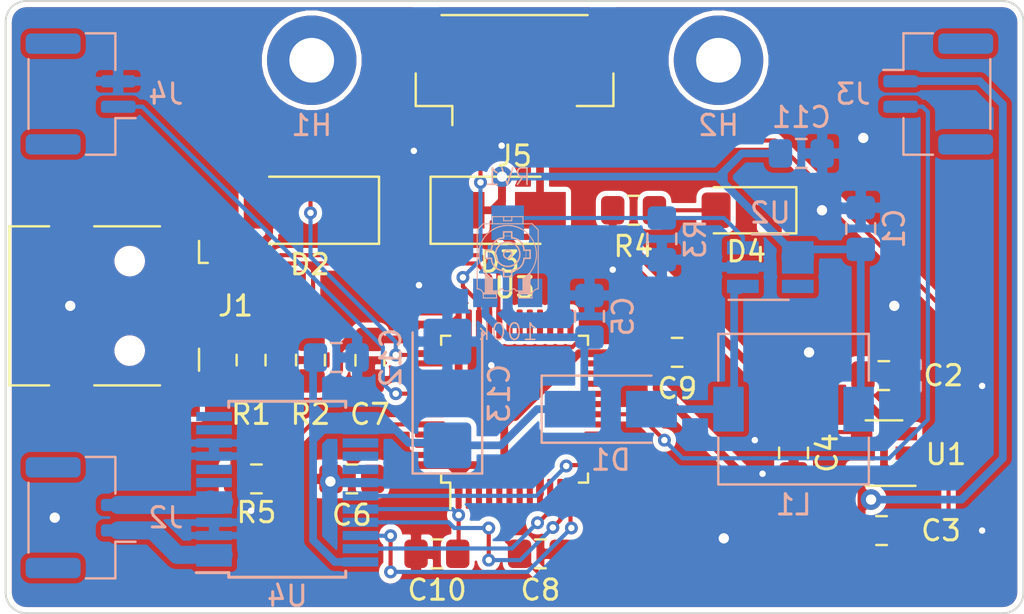
<source format=kicad_pcb>
(kicad_pcb (version 20171130) (host pcbnew "(5.1.2)-1")
  (layers (0 F.Cu signal) (31 B.Cu signal) (34 B.Paste user) (35 F.Paste user) (36 B.SilkS user) (37 F.SilkS user) (38 B.Mask user) (39 F.Mask user) (44 Edge.Cuts user))
  (net 0 "")
  (net 1 +5V)
  (net 2 GND)
  (net 3 +3V3)
  (net 4 "Net-(C4-Pad1)")
  (net 5 +10V)
  (net 6 NRST)
  (net 7 "Net-(D1-Pad2)")
  (net 8 VBUS)
  (net 9 VPP)
  (net 10 "Net-(D4-Pad2)")
  (net 11 "Net-(J1-Pad4)")
  (net 12 MOT_OUT_1)
  (net 13 MOT_OUT_2)
  (net 14 POT)
  (net 15 SWDIO)
  (net 16 SWCLK)
  (net 17 USB_DP)
  (net 18 USB_DN)
  (net 19 MOT_IN_PWM)
  (net 20 MOT_IN_1)
  (net 21 MOT_IN_2)
  (net 22 STBY)
  (net 23 TOUCH_SENSE)
  (net 24 "Net-(R3-Pad2)")
  (net 25 "Net-(R5-Pad1)")
  (module Resistor_SMD:R_0805_2012Metric_Pad1.15x1.40mm_HandSolder (layer F.Cu) (at 149.615 74.422 180)
    (fp_text reference R5 (at 0 -1.65 180) (layer F.SilkS))
    (fp_text value 10k)
    (pad 2 smd roundrect (at 1.025 0 180) (size 1.15 1.4) (layers F.Cu F.Paste F.Mask) (roundrect_rratio 0.217391) (net 2 GND))
    (pad 1 smd roundrect (at -1.025 0 180) (size 1.15 1.4) (layers F.Cu F.Paste F.Mask) (roundrect_rratio 0.217391) (net 25 "Net-(R5-Pad1)"))
  )
  (module Resistor_SMD:R_0805_2012Metric_Pad1.15x1.40mm_HandSolder (layer F.Cu) (at 168.157001 61.214)
    (fp_text reference R4 (at -0.009001 1.778) (layer F.SilkS))
    (fp_text value 1k)
    (pad 2 smd roundrect (at 1.025 0) (size 1.15 1.4) (layers F.Cu F.Paste F.Mask) (roundrect_rratio 0.217391) (net 10 "Net-(D4-Pad2)"))
    (pad 1 smd roundrect (at -1.025 0) (size 1.15 1.4) (layers F.Cu F.Paste F.Mask) (roundrect_rratio 0.217391) (net 1 +5V))
  )
  (module Resistor_SMD:R_0805_2012Metric_Pad1.15x1.40mm_HandSolder (layer B.Cu) (at 169.545 62.620001 90)
    (fp_text reference R3 (at -0.009001 1.651 90) (layer B.SilkS) (effects (justify mirror)))
    (fp_text value 3k)
    (pad 2 smd roundrect (at 1.025 0 90) (size 1.15 1.4) (layers B.Cu B.Paste B.Mask) (roundrect_rratio 0.217391) (net 24 "Net-(R3-Pad2)"))
    (pad 1 smd roundrect (at -1.025 0 90) (size 1.15 1.4) (layers B.Cu B.Paste B.Mask) (roundrect_rratio 0.217391) (net 2 GND))
  )
  (module Resistor_SMD:R_0805_2012Metric_Pad1.15x1.40mm_HandSolder (layer F.Cu) (at 152.273 68.58 90)
    (fp_text reference R2 (at -2.657999 0) (layer F.SilkS))
    (fp_text value 1.5k)
    (pad 2 smd roundrect (at 1.025 0 90) (size 1.15 1.4) (layers F.Cu F.Paste F.Mask) (roundrect_rratio 0.217391) (net 17 USB_DP))
    (pad 1 smd roundrect (at -1.025 0 90) (size 1.15 1.4) (layers F.Cu F.Paste F.Mask) (roundrect_rratio 0.217391) (net 3 +3V3))
  )
  (module Resistor_SMD:R_0805_2012Metric_Pad1.15x1.40mm_HandSolder (layer F.Cu) (at 149.352 68.58 270)
    (fp_text reference R1 (at 2.658 0) (layer F.SilkS))
    (fp_text value 100k)
    (pad 2 smd roundrect (at 1.025 0 270) (size 1.15 1.4) (layers F.Cu F.Paste F.Mask) (roundrect_rratio 0.217391) (net 2 GND))
    (pad 1 smd roundrect (at -1.025 0 270) (size 1.15 1.4) (layers F.Cu F.Paste F.Mask) (roundrect_rratio 0.217391) (net 11 "Net-(J1-Pad4)"))
  )
  (module Connector_JST:JST_GH_BM05B-GHS-TBT_1x05-1MP_P1.25mm_Vertical (layer F.Cu) (at 162.306 54.229)
    (fp_text reference J5 (at 0 4.318) (layer F.SilkS))
    (fp_text value DEBUG)
    (pad MP smd roundrect (at 4.35 -1.4) (size 1 2.8) (layers F.Cu F.Paste F.Mask))
    (pad MP smd roundrect (at -4.35 -1.4) (size 1 2.8) (layers F.Cu F.Paste F.Mask))
    (pad 5 smd roundrect (at 2.5 1.95) (size 0.6 1.7) (layers F.Cu F.Paste F.Mask) (net 6 NRST))
    (pad 4 smd roundrect (at 1.25 1.95) (size 0.6 1.7) (layers F.Cu F.Paste F.Mask) (net 9 VPP))
    (pad 3 smd roundrect (at 0 1.95) (size 0.6 1.7) (layers F.Cu F.Paste F.Mask) (net 16 SWCLK))
    (pad 2 smd roundrect (at -1.25 1.95) (size 0.6 1.7) (layers F.Cu F.Paste F.Mask) (net 2 GND))
    (pad 1 smd roundrect (at -2.5 1.95) (size 0.6 1.7) (layers F.Cu F.Paste F.Mask) (net 15 SWDIO))
  )
  (module Connector_JST:JST_GH_SM02B-GHS-TB_1x02-1MP_P1.25mm_Horizontal (layer B.Cu) (at 140.97 55.499 90)
    (fp_text reference J4 (at 0 4.191) (layer B.SilkS) (effects (justify mirror)))
    (fp_text value TAPER_LEFT)
    (pad MP smd roundrect (at 2.475 -1.35 90) (size 1 2.7) (layers B.Cu B.Paste B.Mask))
    (pad MP smd roundrect (at -2.475 -1.35 90) (size 1 2.7) (layers B.Cu B.Paste B.Mask))
    (pad 2 smd roundrect (at 0.625 1.85 90) (size 0.6 1.7) (layers B.Cu B.Paste B.Mask) (net 2 GND))
    (pad 1 smd roundrect (at -0.625 1.85 90) (size 0.6 1.7) (layers B.Cu B.Paste B.Mask) (net 23 TOUCH_SENSE))
  )
  (module Connector_JST:JST_GH_SM02B-GHS-TB_1x02-1MP_P1.25mm_Horizontal (layer B.Cu) (at 183.134 55.499 270)
    (fp_text reference J3 (at 0 4.191 180) (layer B.SilkS) (effects (justify mirror)))
    (fp_text value TAPER_RIGHT)
    (pad MP smd roundrect (at 2.475 -1.35 270) (size 1 2.7) (layers B.Cu B.Paste B.Mask))
    (pad MP smd roundrect (at -2.475 -1.35 270) (size 1 2.7) (layers B.Cu B.Paste B.Mask))
    (pad 2 smd roundrect (at 0.625 1.85 270) (size 0.6 1.7) (layers B.Cu B.Paste B.Mask) (net 14 POT))
    (pad 1 smd roundrect (at -0.625 1.85 270) (size 0.6 1.7) (layers B.Cu B.Paste B.Mask) (net 3 +3V3))
  )
  (module Connector_JST:JST_GH_SM02B-GHS-TB_1x02-1MP_P1.25mm_Horizontal (layer B.Cu) (at 140.97 76.327 90)
    (fp_text reference J2 (at 0 4.191) (layer B.SilkS) (effects (justify mirror)))
    (fp_text value MOTOR)
    (pad MP smd roundrect (at 2.475 -1.35 90) (size 1 2.7) (layers B.Cu B.Paste B.Mask))
    (pad MP smd roundrect (at -2.475 -1.35 90) (size 1 2.7) (layers B.Cu B.Paste B.Mask))
    (pad 2 smd roundrect (at 0.625 1.85 90) (size 0.6 1.7) (layers B.Cu B.Paste B.Mask) (net 13 MOT_OUT_2))
    (pad 1 smd roundrect (at -0.625 1.85 90) (size 0.6 1.7) (layers B.Cu B.Paste B.Mask) (net 12 MOT_OUT_1))
  )
  (module Diode_SMD:D_SMA (layer F.Cu) (at 161.576 61.214)
    (fp_text reference D3 (at 0 2.539999) (layer F.SilkS))
    (fp_text value STPS1L40)
    (pad 2 smd rect (at 2 0) (size 2.5 1.8) (layers F.Cu F.Paste F.Mask) (net 9 VPP))
    (pad 1 smd rect (at -2 0) (size 2.5 1.8) (layers F.Cu F.Paste F.Mask) (net 1 +5V))
  )
  (module Diode_SMD:D_SMA (layer F.Cu) (at 152.241001 61.213999 180)
    (fp_text reference D2 (at 0 -2.667001 180) (layer F.SilkS))
    (fp_text value STPS1L40)
    (pad 2 smd rect (at 2 0 180) (size 2.5 1.8) (layers F.Cu F.Paste F.Mask) (net 8 VBUS))
    (pad 1 smd rect (at -2 0 180) (size 2.5 1.8) (layers F.Cu F.Paste F.Mask) (net 1 +5V))
  )
  (module Diode_SMD:D_SMA (layer B.Cu) (at 167.037002 70.993)
    (fp_text reference D1 (at 0 2.5) (layer B.SilkS) (effects (justify mirror)))
    (fp_text value STPS1L40)
    (pad 2 smd rect (at 2 0) (size 2.5 1.8) (layers B.Cu B.Paste B.Mask) (net 7 "Net-(D1-Pad2)"))
    (pad 1 smd rect (at -2 0) (size 2.5 1.8) (layers B.Cu B.Paste B.Mask) (net 5 +10V))
  )
  (module Capacitor_Tantalum_SMD:CP_EIA-6032-28_Kemet-C_Pad2.25x2.35mm_HandSolder (layer B.Cu) (at 159.003998 70.221 90)
    (fp_text reference C13 (at 0 2.55 90) (layer B.SilkS) (effects (justify mirror)))
    (fp_text value 10µ)
    (pad 1 smd roundrect (at -2.55 0 90) (size 2.25 2.35) (layers B.Cu B.Paste B.Mask) (roundrect_rratio 0.111111) (net 5 +10V))
    (pad 2 smd roundrect (at 2.55 0 90) (size 2.25 2.35) (layers B.Cu B.Paste B.Mask) (roundrect_rratio 0.111111) (net 2 GND))
  )
  (module Capacitor_SMD:C_0805_2012Metric_Pad1.15x1.40mm_HandSolder (layer B.Cu) (at 153.543003 68.453001 180)
    (fp_text reference C12 (at -2.676001 0 90) (layer B.SilkS) (effects (justify mirror)))
    (fp_text value 100n)
    (pad 1 smd roundrect (at -1.025 0 180) (size 1.15 1.4) (layers B.Cu B.Paste B.Mask) (roundrect_rratio 0.217391) (net 2 GND))
    (pad 2 smd roundrect (at 1.025 0 180) (size 1.15 1.4) (layers B.Cu B.Paste B.Mask) (roundrect_rratio 0.217391) (net 5 +10V))
  )
  (module Capacitor_SMD:C_0805_2012Metric_Pad1.15x1.40mm_HandSolder (layer B.Cu) (at 176.403 58.42)
    (fp_text reference C11 (at 0 -1.778) (layer B.SilkS) (effects (justify mirror)))
    (fp_text value 100n)
    (pad 1 smd roundrect (at -1.025 0) (size 1.15 1.4) (layers B.Cu B.Paste B.Mask) (roundrect_rratio 0.217391) (net 1 +5V))
    (pad 2 smd roundrect (at 1.025 0) (size 1.15 1.4) (layers B.Cu B.Paste B.Mask) (roundrect_rratio 0.217391) (net 2 GND))
  )
  (module Capacitor_SMD:C_0805_2012Metric_Pad1.15x1.40mm_HandSolder (layer F.Cu) (at 158.487 78.105 180)
    (fp_text reference C10 (at -0.009 -1.778 180) (layer F.SilkS))
    (fp_text value 4.7µ)
    (pad 2 smd roundrect (at 1.025 0 180) (size 1.15 1.4) (layers F.Cu F.Paste F.Mask) (roundrect_rratio 0.217391) (net 2 GND))
    (pad 1 smd roundrect (at -1.025 0 180) (size 1.15 1.4) (layers F.Cu F.Paste F.Mask) (roundrect_rratio 0.217391) (net 3 +3V3))
  )
  (module Capacitor_SMD:C_0805_2012Metric_Pad1.15x1.40mm_HandSolder (layer F.Cu) (at 170.298 68.199)
    (fp_text reference C9 (at 0.009 1.778 180) (layer F.SilkS))
    (fp_text value 100n)
    (pad 2 smd roundrect (at 1.025 0) (size 1.15 1.4) (layers F.Cu F.Paste F.Mask) (roundrect_rratio 0.217391) (net 2 GND))
    (pad 1 smd roundrect (at -1.025 0) (size 1.15 1.4) (layers F.Cu F.Paste F.Mask) (roundrect_rratio 0.217391) (net 3 +3V3))
  )
  (module Capacitor_SMD:C_0805_2012Metric_Pad1.15x1.40mm_HandSolder (layer F.Cu) (at 163.576 78.105)
    (fp_text reference C8 (at 0 1.778) (layer F.SilkS))
    (fp_text value 100n)
    (pad 2 smd roundrect (at 1.025 0) (size 1.15 1.4) (layers F.Cu F.Paste F.Mask) (roundrect_rratio 0.217391) (net 2 GND))
    (pad 1 smd roundrect (at -1.025 0) (size 1.15 1.4) (layers F.Cu F.Paste F.Mask) (roundrect_rratio 0.217391) (net 6 NRST))
  )
  (module Capacitor_SMD:C_0805_2012Metric_Pad1.15x1.40mm_HandSolder (layer F.Cu) (at 155.194 68.589001 270)
    (fp_text reference C7 (at 2.657999 0) (layer F.SilkS))
    (fp_text value 100n)
    (pad 2 smd roundrect (at 1.025 0 270) (size 1.15 1.4) (layers F.Cu F.Paste F.Mask) (roundrect_rratio 0.217391) (net 2 GND))
    (pad 1 smd roundrect (at -1.025 0 270) (size 1.15 1.4) (layers F.Cu F.Paste F.Mask) (roundrect_rratio 0.217391) (net 3 +3V3))
  )
  (module Capacitor_SMD:C_0805_2012Metric_Pad1.15x1.40mm_HandSolder (layer F.Cu) (at 154.305 74.422 180)
    (fp_text reference C6 (at 0 -1.778) (layer F.SilkS))
    (fp_text value 100n)
    (pad 2 smd roundrect (at 1.025 0 180) (size 1.15 1.4) (layers F.Cu F.Paste F.Mask) (roundrect_rratio 0.217391) (net 2 GND))
    (pad 1 smd roundrect (at -1.025 0 180) (size 1.15 1.4) (layers F.Cu F.Paste F.Mask) (roundrect_rratio 0.217391) (net 3 +3V3))
  )
  (module Capacitor_SMD:C_0805_2012Metric_Pad1.15x1.40mm_HandSolder (layer B.Cu) (at 165.989 66.429999 270)
    (fp_text reference C5 (at 0 -1.651 270) (layer B.SilkS) (effects (justify mirror)))
    (fp_text value 22µ)
    (pad 2 smd roundrect (at 1.025 0 270) (size 1.15 1.4) (layers B.Cu B.Paste B.Mask) (roundrect_rratio 0.217391) (net 5 +10V))
    (pad 1 smd roundrect (at -1.025 0 270) (size 1.15 1.4) (layers B.Cu B.Paste B.Mask) (roundrect_rratio 0.217391) (net 2 GND))
  )
  (module Capacitor_SMD:C_0805_2012Metric_Pad1.15x1.40mm_HandSolder (layer F.Cu) (at 176.022 73.142999 270)
    (fp_text reference C4 (at 0 -1.65 270) (layer F.SilkS))
    (fp_text value 470p)
    (pad 2 smd roundrect (at 1.025 0 270) (size 1.15 1.4) (layers F.Cu F.Paste F.Mask) (roundrect_rratio 0.217391) (net 2 GND))
    (pad 1 smd roundrect (at -1.025 0 270) (size 1.15 1.4) (layers F.Cu F.Paste F.Mask) (roundrect_rratio 0.217391) (net 4 "Net-(C4-Pad1)"))
  )
  (module Capacitor_SMD:C_0805_2012Metric_Pad1.15x1.40mm_HandSolder (layer F.Cu) (at 180.349 76.962)
    (fp_text reference C3 (at 2.921 0) (layer F.SilkS))
    (fp_text value 10µ)
    (pad 2 smd roundrect (at 1.025 0) (size 1.15 1.4) (layers F.Cu F.Paste F.Mask) (roundrect_rratio 0.217391) (net 2 GND))
    (pad 1 smd roundrect (at -1.025 0) (size 1.15 1.4) (layers F.Cu F.Paste F.Mask) (roundrect_rratio 0.217391) (net 3 +3V3))
  )
  (module Capacitor_SMD:C_0805_2012Metric_Pad1.15x1.40mm_HandSolder (layer F.Cu) (at 180.458 69.342 180)
    (fp_text reference C2 (at -2.93 0 180) (layer F.SilkS))
    (fp_text value 10µ)
    (pad 2 smd roundrect (at 1.025 0 180) (size 1.15 1.4) (layers F.Cu F.Paste F.Mask) (roundrect_rratio 0.217391) (net 1 +5V))
    (pad 1 smd roundrect (at -1.025 0 180) (size 1.15 1.4) (layers F.Cu F.Paste F.Mask) (roundrect_rratio 0.217391) (net 2 GND))
  )
  (module Capacitor_SMD:C_0805_2012Metric_Pad1.15x1.40mm_HandSolder (layer B.Cu) (at 179.324 62.112 90)
    (fp_text reference C1 (at 0 1.65 90) (layer B.SilkS) (effects (justify mirror)))
    (fp_text value 22µ)
    (pad 2 smd roundrect (at 1.025 0 90) (size 1.15 1.4) (layers B.Cu B.Paste B.Mask) (roundrect_rratio 0.217391) (net 2 GND))
    (pad 1 smd roundrect (at -1.025 0 90) (size 1.15 1.4) (layers B.Cu B.Paste B.Mask) (roundrect_rratio 0.217391) (net 1 +5V))
  )
  (module LED_SMD:LED_1206_3216Metric_Pad1.42x1.75mm_HandSolder (layer F.Cu) (at 173.6995 61.214 180)
    (fp_text reference D4 (at 0 -2.032 180) (layer F.SilkS))
    (fp_text value POWER_LED)
    (pad 2 smd roundrect (at 1.4875 0 180) (size 1.425 1.75) (layers F.Cu F.Paste F.Mask) (roundrect_rratio 0.175439) (net 10 "Net-(D4-Pad2)"))
    (pad 1 smd roundrect (at -1.4875 0 180) (size 1.425 1.75) (layers F.Cu F.Paste F.Mask) (roundrect_rratio 0.175439) (net 2 GND))
  )
  (module Connector_USB:USB_Mini-B_Lumberg_2486_01_Horizontal (layer F.Cu) (at 143.383 65.913 270)
    (fp_text reference J1 (at 0 -5.207) (layer F.SilkS))
    (fp_text value USB_B_Mini)
    (pad "" np_thru_hole circle (at 2.2 0 270) (size 1 1) (drill 1) (layers *.Cu *.Mask))
    (pad "" np_thru_hole circle (at -2.2 0 270) (size 1 1) (drill 1) (layers *.Cu *.Mask))
    (pad 6 smd rect (at 4.45 2.85 270) (size 2 1.7) (layers F.Cu F.Paste F.Mask) (net 2 GND))
    (pad 6 smd rect (at 4.45 -2.6 270) (size 2 1.7) (layers F.Cu F.Paste F.Mask) (net 2 GND))
    (pad 6 smd rect (at -4.45 2.85 270) (size 2 1.7) (layers F.Cu F.Paste F.Mask) (net 2 GND))
    (pad 6 smd rect (at -4.45 -2.6 270) (size 2 1.7) (layers F.Cu F.Paste F.Mask) (net 2 GND))
    (pad 5 smd rect (at 1.6 -2.7 270) (size 0.5 2) (layers F.Cu F.Paste F.Mask) (net 2 GND))
    (pad 4 smd rect (at 0.8 -2.7 270) (size 0.5 2) (layers F.Cu F.Paste F.Mask) (net 11 "Net-(J1-Pad4)"))
    (pad 3 smd rect (at 0 -2.7 270) (size 0.5 2) (layers F.Cu F.Paste F.Mask) (net 17 USB_DP))
    (pad 2 smd rect (at -0.8 -2.7 270) (size 0.5 2) (layers F.Cu F.Paste F.Mask) (net 18 USB_DN))
    (pad 1 smd rect (at -1.6 -2.7 270) (size 0.5 2) (layers F.Cu F.Paste F.Mask) (net 8 VBUS))
  )
  (module Inductor_SMD:L_7.3x7.3_H3.5 (layer B.Cu) (at 176.022 70.993002)
    (fp_text reference L1 (at 0 4.699) (layer B.SilkS) (effects (justify mirror)))
    (fp_text value 4.7µ)
    (pad 2 smd rect (at 3.2 0) (size 1.5 2.2) (layers B.Cu B.Paste B.Mask) (net 1 +5V))
    (pad 1 smd rect (at -3.2 0) (size 1.5 2.2) (layers B.Cu B.Paste B.Mask) (net 7 "Net-(D1-Pad2)"))
  )
  (module ab2_passive:AB2_POT_TRIM (layer B.Cu) (at 161.968 63.378001 180)
    (fp_text reference RV1 (at 0 3.81 180) (layer B.SilkS) (effects (font (size 0.8128 0.8128) (thickness 0.0762)) (justify mirror)))
    (fp_text value 100k (at 0 -3.81 180) (layer B.SilkS) (effects (font (size 0.8128 0.8128) (thickness 0.0762)) (justify mirror)))
    (pad 3 smd rect (at 1.1 -1.9 180) (size 1.2 1.4) (layers B.Cu B.Paste B.Mask) (net 5 +10V))
    (pad 1 smd rect (at -1.1 -1.9 180) (size 1.2 1.4) (layers B.Cu B.Paste B.Mask))
    (pad 2 smd rect (at 0 1.55 180) (size 1.6 1.7) (layers B.Cu B.Paste B.Mask) (net 24 "Net-(R3-Pad2)"))
  )
  (module Package_TO_SOT_SMD:SOT-23-5 (layer F.Cu) (at 180.467 73.152 180)
    (fp_text reference U1 (at -3.048 -0.066 180) (layer F.SilkS))
    (fp_text value MIC5205-3.3YM5)
    (pad 5 smd rect (at 1.1 -0.95 180) (size 1.06 0.65) (layers F.Cu F.Paste F.Mask) (net 3 +3V3))
    (pad 4 smd rect (at 1.1 0.95 180) (size 1.06 0.65) (layers F.Cu F.Paste F.Mask) (net 4 "Net-(C4-Pad1)"))
    (pad 3 smd rect (at -1.1 0.95 180) (size 1.06 0.65) (layers F.Cu F.Paste F.Mask) (net 1 +5V))
    (pad 2 smd rect (at -1.1 0 180) (size 1.06 0.65) (layers F.Cu F.Paste F.Mask) (net 2 GND))
    (pad 1 smd rect (at -1.1 -0.95 180) (size 1.06 0.65) (layers F.Cu F.Paste F.Mask) (net 1 +5V))
  )
  (module Package_TO_SOT_SMD:SOT-23-6_Handsoldering (layer B.Cu) (at 174.878999 64.008)
    (fp_text reference U2 (at 0 -2.667) (layer B.SilkS) (effects (justify mirror)))
    (fp_text value MT3608)
    (pad 5 smd rect (at 1.35 0) (size 1.56 0.65) (layers B.Cu B.Paste B.Mask) (net 1 +5V))
    (pad 6 smd rect (at 1.35 0.95) (size 1.56 0.65) (layers B.Cu B.Paste B.Mask))
    (pad 4 smd rect (at 1.35 -0.95) (size 1.56 0.65) (layers B.Cu B.Paste B.Mask) (net 1 +5V))
    (pad 3 smd rect (at -1.35 -0.95) (size 1.56 0.65) (layers B.Cu B.Paste B.Mask) (net 24 "Net-(R3-Pad2)"))
    (pad 2 smd rect (at -1.35 0) (size 1.56 0.65) (layers B.Cu B.Paste B.Mask) (net 2 GND))
    (pad 1 smd rect (at -1.35 0.95) (size 1.56 0.65) (layers B.Cu B.Paste B.Mask) (net 7 "Net-(D1-Pad2)"))
  )
  (module Package_QFP:LQFP-48_7x7mm_P0.5mm (layer F.Cu) (at 162.306 70.993 90)
    (fp_text reference U3 (at 5.969 0 180) (layer F.SilkS))
    (fp_text value STM32F072C8Tx)
    (pad 48 smd roundrect (at -2.75 -4.1625 90) (size 0.3 1.475) (layers F.Cu F.Paste F.Mask) (net 3 +3V3))
    (pad 47 smd roundrect (at -2.25 -4.1625 90) (size 0.3 1.475) (layers F.Cu F.Paste F.Mask) (net 2 GND))
    (pad 46 smd roundrect (at -1.75 -4.1625 90) (size 0.3 1.475) (layers F.Cu F.Paste F.Mask))
    (pad 45 smd roundrect (at -1.25 -4.1625 90) (size 0.3 1.475) (layers F.Cu F.Paste F.Mask))
    (pad 44 smd roundrect (at -0.75 -4.1625 90) (size 0.3 1.475) (layers F.Cu F.Paste F.Mask) (net 25 "Net-(R5-Pad1)"))
    (pad 43 smd roundrect (at -0.25 -4.1625 90) (size 0.3 1.475) (layers F.Cu F.Paste F.Mask))
    (pad 42 smd roundrect (at 0.25 -4.1625 90) (size 0.3 1.475) (layers F.Cu F.Paste F.Mask))
    (pad 41 smd roundrect (at 0.75 -4.1625 90) (size 0.3 1.475) (layers F.Cu F.Paste F.Mask) (net 23 TOUCH_SENSE))
    (pad 40 smd roundrect (at 1.25 -4.1625 90) (size 0.3 1.475) (layers F.Cu F.Paste F.Mask))
    (pad 39 smd roundrect (at 1.75 -4.1625 90) (size 0.3 1.475) (layers F.Cu F.Paste F.Mask))
    (pad 38 smd roundrect (at 2.25 -4.1625 90) (size 0.3 1.475) (layers F.Cu F.Paste F.Mask))
    (pad 37 smd roundrect (at 2.75 -4.1625 90) (size 0.3 1.475) (layers F.Cu F.Paste F.Mask) (net 16 SWCLK))
    (pad 36 smd roundrect (at 4.1625 -2.75 90) (size 1.475 0.3) (layers F.Cu F.Paste F.Mask) (net 3 +3V3))
    (pad 35 smd roundrect (at 4.1625 -2.25 90) (size 1.475 0.3) (layers F.Cu F.Paste F.Mask) (net 2 GND))
    (pad 34 smd roundrect (at 4.1625 -1.75 90) (size 1.475 0.3) (layers F.Cu F.Paste F.Mask) (net 15 SWDIO))
    (pad 33 smd roundrect (at 4.1625 -1.25 90) (size 1.475 0.3) (layers F.Cu F.Paste F.Mask) (net 17 USB_DP))
    (pad 32 smd roundrect (at 4.1625 -0.75 90) (size 1.475 0.3) (layers F.Cu F.Paste F.Mask) (net 18 USB_DN))
    (pad 31 smd roundrect (at 4.1625 -0.25 90) (size 1.475 0.3) (layers F.Cu F.Paste F.Mask))
    (pad 30 smd roundrect (at 4.1625 0.25 90) (size 1.475 0.3) (layers F.Cu F.Paste F.Mask))
    (pad 29 smd roundrect (at 4.1625 0.75 90) (size 1.475 0.3) (layers F.Cu F.Paste F.Mask))
    (pad 28 smd roundrect (at 4.1625 1.25 90) (size 1.475 0.3) (layers F.Cu F.Paste F.Mask))
    (pad 27 smd roundrect (at 4.1625 1.75 90) (size 1.475 0.3) (layers F.Cu F.Paste F.Mask))
    (pad 26 smd roundrect (at 4.1625 2.25 90) (size 1.475 0.3) (layers F.Cu F.Paste F.Mask))
    (pad 25 smd roundrect (at 4.1625 2.75 90) (size 1.475 0.3) (layers F.Cu F.Paste F.Mask))
    (pad 24 smd roundrect (at 2.75 4.1625 90) (size 0.3 1.475) (layers F.Cu F.Paste F.Mask) (net 3 +3V3))
    (pad 23 smd roundrect (at 2.25 4.1625 90) (size 0.3 1.475) (layers F.Cu F.Paste F.Mask) (net 2 GND))
    (pad 22 smd roundrect (at 1.75 4.1625 90) (size 0.3 1.475) (layers F.Cu F.Paste F.Mask))
    (pad 21 smd roundrect (at 1.25 4.1625 90) (size 0.3 1.475) (layers F.Cu F.Paste F.Mask))
    (pad 20 smd roundrect (at 0.75 4.1625 90) (size 0.3 1.475) (layers F.Cu F.Paste F.Mask))
    (pad 19 smd roundrect (at 0.25 4.1625 90) (size 0.3 1.475) (layers F.Cu F.Paste F.Mask))
    (pad 18 smd roundrect (at -0.25 4.1625 90) (size 0.3 1.475) (layers F.Cu F.Paste F.Mask) (net 14 POT))
    (pad 17 smd roundrect (at -0.75 4.1625 90) (size 0.3 1.475) (layers F.Cu F.Paste F.Mask))
    (pad 16 smd roundrect (at -1.25 4.1625 90) (size 0.3 1.475) (layers F.Cu F.Paste F.Mask))
    (pad 15 smd roundrect (at -1.75 4.1625 90) (size 0.3 1.475) (layers F.Cu F.Paste F.Mask))
    (pad 14 smd roundrect (at -2.25 4.1625 90) (size 0.3 1.475) (layers F.Cu F.Paste F.Mask))
    (pad 13 smd roundrect (at -2.75 4.1625 90) (size 0.3 1.475) (layers F.Cu F.Paste F.Mask) (net 22 STBY))
    (pad 12 smd roundrect (at -4.1625 2.75 90) (size 1.475 0.3) (layers F.Cu F.Paste F.Mask) (net 21 MOT_IN_2))
    (pad 11 smd roundrect (at -4.1625 2.25 90) (size 1.475 0.3) (layers F.Cu F.Paste F.Mask) (net 20 MOT_IN_1))
    (pad 10 smd roundrect (at -4.1625 1.75 90) (size 1.475 0.3) (layers F.Cu F.Paste F.Mask) (net 19 MOT_IN_PWM))
    (pad 9 smd roundrect (at -4.1625 1.25 90) (size 1.475 0.3) (layers F.Cu F.Paste F.Mask) (net 3 +3V3))
    (pad 8 smd roundrect (at -4.1625 0.75 90) (size 1.475 0.3) (layers F.Cu F.Paste F.Mask) (net 2 GND))
    (pad 7 smd roundrect (at -4.1625 0.25 90) (size 1.475 0.3) (layers F.Cu F.Paste F.Mask) (net 6 NRST))
    (pad 6 smd roundrect (at -4.1625 -0.25 90) (size 1.475 0.3) (layers F.Cu F.Paste F.Mask))
    (pad 5 smd roundrect (at -4.1625 -0.75 90) (size 1.475 0.3) (layers F.Cu F.Paste F.Mask))
    (pad 4 smd roundrect (at -4.1625 -1.25 90) (size 1.475 0.3) (layers F.Cu F.Paste F.Mask))
    (pad 3 smd roundrect (at -4.1625 -1.75 90) (size 1.475 0.3) (layers F.Cu F.Paste F.Mask))
    (pad 2 smd roundrect (at -4.1625 -2.25 90) (size 1.475 0.3) (layers F.Cu F.Paste F.Mask))
    (pad 1 smd roundrect (at -4.1625 -2.75 90) (size 1.475 0.3) (layers F.Cu F.Paste F.Mask) (net 3 +3V3))
  )
  (module Package_SO:SSOP-24_5.3x8.2mm_P0.65mm (layer B.Cu) (at 151.129999 74.930001)
    (fp_text reference U4 (at 0 5.25) (layer B.SilkS) (effects (justify mirror)))
    (fp_text value TB6612FNG)
    (pad 24 smd rect (at 3.6 3.575) (size 1.75 0.45) (layers B.Cu B.Paste B.Mask) (net 5 +10V))
    (pad 23 smd rect (at 3.6 2.925) (size 1.75 0.45) (layers B.Cu B.Paste B.Mask) (net 19 MOT_IN_PWM))
    (pad 22 smd rect (at 3.6 2.275) (size 1.75 0.45) (layers B.Cu B.Paste B.Mask) (net 21 MOT_IN_2))
    (pad 21 smd rect (at 3.6 1.625) (size 1.75 0.45) (layers B.Cu B.Paste B.Mask) (net 20 MOT_IN_1))
    (pad 20 smd rect (at 3.6 0.975) (size 1.75 0.45) (layers B.Cu B.Paste B.Mask) (net 3 +3V3))
    (pad 19 smd rect (at 3.6 0.325) (size 1.75 0.45) (layers B.Cu B.Paste B.Mask) (net 22 STBY))
    (pad 18 smd rect (at 3.6 -0.325) (size 1.75 0.45) (layers B.Cu B.Paste B.Mask) (net 2 GND))
    (pad 17 smd rect (at 3.6 -0.975) (size 1.75 0.45) (layers B.Cu B.Paste B.Mask))
    (pad 16 smd rect (at 3.6 -1.625) (size 1.75 0.45) (layers B.Cu B.Paste B.Mask))
    (pad 15 smd rect (at 3.6 -2.275) (size 1.75 0.45) (layers B.Cu B.Paste B.Mask))
    (pad 14 smd rect (at 3.6 -2.925) (size 1.75 0.45) (layers B.Cu B.Paste B.Mask) (net 5 +10V))
    (pad 13 smd rect (at 3.6 -3.575) (size 1.75 0.45) (layers B.Cu B.Paste B.Mask) (net 5 +10V))
    (pad 12 smd rect (at -3.6 -3.575) (size 1.75 0.45) (layers B.Cu B.Paste B.Mask))
    (pad 11 smd rect (at -3.6 -2.925) (size 1.75 0.45) (layers B.Cu B.Paste B.Mask))
    (pad 10 smd rect (at -3.6 -2.275) (size 1.75 0.45) (layers B.Cu B.Paste B.Mask) (net 2 GND))
    (pad 9 smd rect (at -3.6 -1.625) (size 1.75 0.45) (layers B.Cu B.Paste B.Mask) (net 2 GND))
    (pad 8 smd rect (at -3.6 -0.975) (size 1.75 0.45) (layers B.Cu B.Paste B.Mask))
    (pad 7 smd rect (at -3.6 -0.325) (size 1.75 0.45) (layers B.Cu B.Paste B.Mask))
    (pad 6 smd rect (at -3.6 0.325) (size 1.75 0.45) (layers B.Cu B.Paste B.Mask) (net 13 MOT_OUT_2))
    (pad 5 smd rect (at -3.6 0.975) (size 1.75 0.45) (layers B.Cu B.Paste B.Mask) (net 13 MOT_OUT_2))
    (pad 4 smd rect (at -3.6 1.625) (size 1.75 0.45) (layers B.Cu B.Paste B.Mask) (net 2 GND))
    (pad 3 smd rect (at -3.6 2.275) (size 1.75 0.45) (layers B.Cu B.Paste B.Mask) (net 2 GND))
    (pad 2 smd rect (at -3.6 2.925) (size 1.75 0.45) (layers B.Cu B.Paste B.Mask) (net 12 MOT_OUT_1))
    (pad 1 smd rect (at -3.6 3.575) (size 1.75 0.45) (layers B.Cu B.Paste B.Mask) (net 12 MOT_OUT_1))
  )
  (module MountingHole:MountingHole_2.2mm_M2_Pad (layer B.Cu) (at 152.333 53.84)
    (fp_text reference H1 (at 0 3.2) (layer B.SilkS) (effects (justify mirror)))
    (fp_text value MountingHole)
    (pad 1 thru_hole circle (at 0 0) (size 4.4 4.4) (drill 2.2) (layers *.Cu *.Mask))
  )
  (module MountingHole:MountingHole_2.2mm_M2_Pad (layer B.Cu) (at 172.333 53.84)
    (fp_text reference H2 (at 0 3.2) (layer B.SilkS) (effects (justify mirror)))
    (fp_text value MountingHole)
    (pad 1 thru_hole circle (at 0 0) (size 4.4 4.4) (drill 2.2) (layers *.Cu *.Mask))
  )
  (gr_line (start 187.325 80.01) (end 187.325 51.943) (layer Edge.Cuts) (width 0.1))
  (gr_line (start 138.303 81.026) (end 186.309 81.026) (layer Edge.Cuts) (width 0.1))
  (gr_line (start 137.287 51.943) (end 137.287 80.01) (layer Edge.Cuts) (width 0.1))
  (gr_line (start 186.309 50.927) (end 138.303 50.927) (layer Edge.Cuts) (width 0.1))
  (gr_arc (start 186.309 51.943) (end 187.325 51.943) (angle -90) (layer Edge.Cuts) (width 0.1))
  (gr_arc (start 138.303 51.943) (end 138.303 50.927) (angle -90) (layer Edge.Cuts) (width 0.1))
  (gr_arc (start 138.303 80.01) (end 137.287 80.01) (angle -90) (layer Edge.Cuts) (width 0.1))
  (gr_arc (start 186.309 80.01) (end 186.309 81.026) (angle -90) (layer Edge.Cuts) (width 0.1))
  (segment (start 180.528 72.202) (end 180.467 72.263) (width 0.381) (layer F.Cu) (net 1))
  (segment (start 180.467 71.948) (end 180.721 72.202) (width 0.381) (layer F.Cu) (net 1))
  (segment (start 180.467 71.882) (end 180.467 71.948) (width 0.381) (layer F.Cu) (net 1))
  (segment (start 180.721 72.202) (end 180.528 72.202) (width 0.381) (layer F.Cu) (net 1))
  (segment (start 181.567 72.202) (end 180.721 72.202) (width 0.381) (layer F.Cu) (net 1))
  (segment (start 180.467 72.263) (end 180.467 71.882) (width 0.381) (layer F.Cu) (net 1))
  (segment (start 180.467 72.456) (end 180.721 72.202) (width 0.381) (layer F.Cu) (net 1))
  (segment (start 180.467 72.517) (end 180.467 72.456) (width 0.381) (layer F.Cu) (net 1))
  (segment (start 180.467 72.517) (end 180.467 72.263) (width 0.381) (layer F.Cu) (net 1))
  (segment (start 180.467 73.787) (end 180.467 72.517) (width 0.381) (layer F.Cu) (net 1))
  (segment (start 181.567 74.102) (end 180.782 74.102) (width 0.381) (layer F.Cu) (net 1))
  (segment (start 180.782 74.102) (end 180.467 73.787) (width 0.381) (layer F.Cu) (net 1))
  (segment (start 179.451 69.36) (end 179.433 69.342) (width 0.381) (layer F.Cu) (net 1))
  (segment (start 179.451 70.485) (end 179.451 69.36) (width 0.381) (layer F.Cu) (net 1))
  (segment (start 180.467 71.882) (end 180.467 71.501) (width 0.381) (layer F.Cu) (net 1))
  (segment (start 180.467 71.501) (end 179.451 70.485) (width 0.381) (layer F.Cu) (net 1))
  (segment (start 157.945 61.214) (end 159.576 61.214) (width 0.381) (layer F.Cu) (net 1))
  (segment (start 154.241001 61.213999) (end 157.945 61.214) (width 0.381) (layer F.Cu) (net 1))
  (segment (start 176.307999 63.137) (end 176.228999 63.058) (width 0.381) (layer B.Cu) (net 1))
  (segment (start 179.324 63.137) (end 176.307999 63.137) (width 0.381) (layer B.Cu) (net 1))
  (segment (start 176.228999 63.058) (end 176.228999 64.008) (width 0.381) (layer B.Cu) (net 1))
  (segment (start 175.956 63.058) (end 175.6156 63.3984) (width 0.381) (layer B.Cu) (net 1))
  (segment (start 176.228999 63.058) (end 175.956 63.058) (width 0.381) (layer B.Cu) (net 1))
  (segment (start 175.6156 63.6016) (end 175.641 63.627) (width 0.381) (layer B.Cu) (net 1))
  (segment (start 175.6156 63.3984) (end 175.6156 63.6016) (width 0.381) (layer B.Cu) (net 1))
  (segment (start 176.4944 63.058) (end 176.8348 63.3984) (width 0.381) (layer B.Cu) (net 1))
  (segment (start 176.228999 63.058) (end 176.4944 63.058) (width 0.381) (layer B.Cu) (net 1))
  (segment (start 176.8348 63.3984) (end 176.8348 63.627) (width 0.381) (layer B.Cu) (net 1))
  (segment (start 176.8348 63.3984) (end 175.6156 63.3984) (width 0.381) (layer B.Cu) (net 1))
  (segment (start 176.8094 63.6016) (end 176.8348 63.627) (width 0.381) (layer B.Cu) (net 1))
  (segment (start 175.6156 63.6016) (end 176.8094 63.6016) (width 0.381) (layer B.Cu) (net 1))
  (segment (start 172.275154 59.559155) (end 162.405362 59.559155) (width 0.381) (layer B.Cu) (net 1))
  (segment (start 161.207 61.214) (end 161.686942 60.734058) (width 0.381) (layer F.Cu) (net 1))
  (segment (start 162.405362 59.559155) (end 161.686942 59.559155) (width 0.381) (layer B.Cu) (net 1))
  (via (at 161.686942 59.559155) (size 1.016) (drill 0.508) (layers F.Cu B.Cu) (net 1))
  (segment (start 176.228999 63.058) (end 175.773999 63.058) (width 0.381) (layer B.Cu) (net 1))
  (segment (start 161.686942 60.277575) (end 161.686942 59.559155) (width 0.381) (layer F.Cu) (net 1))
  (segment (start 161.686942 60.734058) (end 161.686942 60.277575) (width 0.381) (layer F.Cu) (net 1))
  (segment (start 159.576 61.214) (end 161.207 61.214) (width 0.381) (layer F.Cu) (net 1))
  (segment (start 172.593 59.877001) (end 172.72 60.004001) (width 0.381) (layer B.Cu) (net 1))
  (segment (start 172.72 60.004001) (end 172.275154 59.559155) (width 0.381) (layer B.Cu) (net 1))
  (segment (start 175.773999 63.058) (end 172.72 60.004001) (width 0.381) (layer B.Cu) (net 1))
  (segment (start 173.482 58.42) (end 175.378 58.42) (width 0.381) (layer B.Cu) (net 1))
  (segment (start 172.593 59.309) (end 172.593 59.877001) (width 0.381) (layer B.Cu) (net 1))
  (segment (start 172.339 59.563) (end 172.593 59.309) (width 0.381) (layer B.Cu) (net 1))
  (segment (start 172.593 59.309) (end 173.482 58.42) (width 0.381) (layer B.Cu) (net 1))
  (segment (start 179.324 70.891002) (end 179.222 70.993002) (width 0.381) (layer B.Cu) (net 1))
  (segment (start 179.324 63.137) (end 179.324 70.891002) (width 0.381) (layer B.Cu) (net 1))
  (segment (start 162.433 63.119) (end 161.686942 62.372942) (width 0.381) (layer F.Cu) (net 1))
  (segment (start 166.243 63.119) (end 162.433 63.119) (width 0.381) (layer F.Cu) (net 1))
  (segment (start 167.132001 61.214) (end 167.132001 62.229999) (width 0.381) (layer F.Cu) (net 1))
  (segment (start 161.305942 61.214) (end 161.686942 61.595) (width 0.381) (layer F.Cu) (net 1))
  (segment (start 161.207 61.214) (end 161.305942 61.214) (width 0.381) (layer F.Cu) (net 1))
  (segment (start 161.686942 62.372942) (end 161.686942 61.595) (width 0.381) (layer F.Cu) (net 1))
  (segment (start 161.686942 61.595) (end 161.686942 59.559155) (width 0.381) (layer F.Cu) (net 1))
  (segment (start 167.132001 62.103) (end 167.132001 61.214) (width 0.381) (layer F.Cu) (net 1))
  (segment (start 179.433 69.342) (end 174.371001 69.342) (width 0.381) (layer F.Cu) (net 1))
  (segment (start 166.878 62.484) (end 167.513001 62.484) (width 0.381) (layer F.Cu) (net 1))
  (segment (start 167.513001 62.484) (end 167.132001 62.103) (width 0.381) (layer F.Cu) (net 1))
  (segment (start 174.371001 69.342) (end 167.513001 62.484) (width 0.381) (layer F.Cu) (net 1))
  (segment (start 167.132001 62.229999) (end 166.878 62.484) (width 0.381) (layer F.Cu) (net 1))
  (segment (start 166.878 62.484) (end 166.243 63.119) (width 0.381) (layer F.Cu) (net 1))
  (segment (start 147.529999 72.655001) (end 147.529999 73.305001) (width 0.381) (layer B.Cu) (net 2))
  (segment (start 147.529999 76.555001) (end 147.529999 77.205001) (width 0.381) (layer B.Cu) (net 2))
  (segment (start 148.785999 76.555001) (end 149.352 75.989) (width 0.381) (layer B.Cu) (net 2))
  (segment (start 147.529999 76.555001) (end 148.785999 76.555001) (width 0.381) (layer B.Cu) (net 2))
  (segment (start 148.785999 73.305001) (end 147.529999 73.305001) (width 0.381) (layer B.Cu) (net 2))
  (segment (start 149.352 73.871002) (end 148.785999 73.305001) (width 0.381) (layer B.Cu) (net 2))
  (segment (start 149.352 75.989) (end 149.352 73.871002) (width 0.381) (layer B.Cu) (net 2))
  (segment (start 157.306 73.243) (end 157.088 73.025) (width 0.2032) (layer F.Cu) (net 2))
  (segment (start 158.1435 73.243) (end 157.306 73.243) (width 0.2032) (layer F.Cu) (net 2))
  (segment (start 157.088 73.025) (end 156.464 73.025) (width 0.2032) (layer F.Cu) (net 2))
  (segment (start 158.1435 73.243) (end 156.428 73.243) (width 0.2032) (layer F.Cu) (net 2))
  (segment (start 165.144292 67.945) (end 166.033292 67.056) (width 0.2032) (layer F.Cu) (net 2))
  (segment (start 160.333 67.945) (end 165.144292 67.945) (width 0.2032) (layer F.Cu) (net 2))
  (segment (start 160.056 66.8305) (end 160.056 67.668) (width 0.2032) (layer F.Cu) (net 2))
  (segment (start 160.056 67.668) (end 160.333 67.945) (width 0.2032) (layer F.Cu) (net 2))
  (segment (start 167.306 68.743) (end 167.767 69.204) (width 0.2032) (layer F.Cu) (net 2))
  (segment (start 166.4685 68.743) (end 167.306 68.743) (width 0.2032) (layer F.Cu) (net 2))
  (segment (start 166.4685 68.743) (end 168.311 68.743) (width 0.2032) (layer F.Cu) (net 2))
  (segment (start 163.056 75.993) (end 162.306 76.743) (width 0.2032) (layer F.Cu) (net 2))
  (segment (start 163.056 75.1555) (end 163.056 75.993) (width 0.2032) (layer F.Cu) (net 2))
  (segment (start 162.306 76.743) (end 162.306 77.089) (width 0.2032) (layer F.Cu) (net 2))
  (segment (start 162.306 77.089) (end 163.02278 77.089) (width 0.2032) (layer F.Cu) (net 2))
  (segment (start 163.02278 77.089) (end 163.576 77.64222) (width 0.2032) (layer F.Cu) (net 2))
  (segment (start 175.187 61.214) (end 177.419 61.214) (width 0.381) (layer F.Cu) (net 2))
  (via (at 177.419 61.214) (size 1.016) (drill 0.508) (layers F.Cu B.Cu) (net 2))
  (segment (start 177.419 58.429) (end 177.428 58.42) (width 0.381) (layer B.Cu) (net 2))
  (segment (start 177.419 61.214) (end 177.419 58.429) (width 0.381) (layer B.Cu) (net 2))
  (segment (start 179.197 61.214) (end 179.324 61.087) (width 0.381) (layer B.Cu) (net 2))
  (segment (start 177.419 61.214) (end 179.197 61.214) (width 0.381) (layer B.Cu) (net 2))
  (segment (start 153.28 74.422) (end 153.25091 74.45109) (width 0.381) (layer F.Cu) (net 2))
  (segment (start 153.25091 74.45109) (end 153.25091 74.54899) (width 0.381) (layer F.Cu) (net 2))
  (segment (start 153.306921 74.605001) (end 153.25091 74.54899) (width 0.381) (layer B.Cu) (net 2))
  (segment (start 154.729999 74.605001) (end 153.306921 74.605001) (width 0.381) (layer B.Cu) (net 2))
  (via (at 153.25091 74.54899) (size 1.016) (drill 0.508) (layers F.Cu B.Cu) (net 2))
  (via (at 179.451 57.658) (size 1.016) (drill 0.508) (layers F.Cu B.Cu) (net 2))
  (via (at 172.593 77.343) (size 1.016) (drill 0.508) (layers F.Cu B.Cu) (net 2))
  (via (at 180.975 65.913) (size 1.016) (drill 0.508) (layers F.Cu B.Cu) (net 2))
  (via (at 176.784 68.199) (size 1.016) (drill 0.508) (layers F.Cu B.Cu) (net 2))
  (via (at 140.462 65.913) (size 1.016) (drill 0.508) (layers F.Cu B.Cu) (net 2))
  (via (at 139.7 76.327) (size 1.016) (drill 0.508) (layers F.Cu B.Cu) (net 2))
  (via (at 157.353 58.293) (size 0.635) (drill 0.3175) (layers F.Cu B.Cu) (net 2))
  (via (at 161.671 58.039) (size 0.635) (drill 0.3175) (layers F.Cu B.Cu) (net 2))
  (via (at 157.607 64.897) (size 0.635) (drill 0.3175) (layers F.Cu B.Cu) (net 2))
  (via (at 161.163 68.834) (size 0.635) (drill 0.3175) (layers F.Cu B.Cu) (net 2))
  (segment (start 149.352 75.989) (end 149.352 75.989) (width 0.381) (layer B.Cu) (net 2))
  (via (at 149.352 75.989) (size 0.635) (drill 0.3175) (layers F.Cu B.Cu) (net 2))
  (via (at 185.293 69.85) (size 0.635) (drill 0.3175) (layers F.Cu B.Cu) (net 2))
  (via (at 185.293 76.962) (size 0.635) (drill 0.3175) (layers F.Cu B.Cu) (net 2))
  (via (at 167.132 64.135) (size 0.635) (drill 0.3175) (layers F.Cu B.Cu) (net 2))
  (via (at 174.117 72.517) (size 0.635) (drill 0.3175) (layers F.Cu B.Cu) (net 2))
  (via (at 174.498 74.168) (size 0.635) (drill 0.3175) (layers F.Cu B.Cu) (net 2))
  (segment (start 153.153 69.605) (end 152.273 69.605) (width 0.4064) (layer F.Cu) (net 3))
  (segment (start 153.67 69.088) (end 153.153 69.605) (width 0.4064) (layer F.Cu) (net 3))
  (segment (start 153.67 68.072) (end 153.67 69.088) (width 0.4064) (layer F.Cu) (net 3))
  (segment (start 155.194 67.564001) (end 154.177999 67.564001) (width 0.4064) (layer F.Cu) (net 3))
  (segment (start 154.177999 67.564001) (end 153.67 68.072) (width 0.4064) (layer F.Cu) (net 3))
  (segment (start 159.556 78.061) (end 159.512 78.105) (width 0.2032) (layer F.Cu) (net 3))
  (segment (start 156.889 73.743) (end 158.1435 73.743) (width 0.381) (layer F.Cu) (net 3))
  (segment (start 155.33 74.422) (end 156.21 74.422) (width 0.381) (layer F.Cu) (net 3))
  (segment (start 156.21 74.422) (end 156.889 73.743) (width 0.381) (layer F.Cu) (net 3))
  (segment (start 163.556 74.318) (end 163.556 75.1555) (width 0.381) (layer F.Cu) (net 3))
  (segment (start 162.981 73.743) (end 163.556 74.318) (width 0.381) (layer F.Cu) (net 3))
  (segment (start 159.556 75.1555) (end 159.556 74.318) (width 0.381) (layer F.Cu) (net 3))
  (segment (start 159.556 73.787) (end 159.512 73.743) (width 0.381) (layer F.Cu) (net 3))
  (segment (start 159.556 74.168) (end 159.556 73.787) (width 0.381) (layer F.Cu) (net 3))
  (segment (start 159.512 73.743) (end 159.131 73.743) (width 0.381) (layer F.Cu) (net 3))
  (segment (start 159.131 73.743) (end 158.1435 73.743) (width 0.381) (layer F.Cu) (net 3))
  (segment (start 159.556 74.168) (end 159.131 73.743) (width 0.381) (layer F.Cu) (net 3))
  (segment (start 159.556 74.318) (end 159.556 74.168) (width 0.381) (layer F.Cu) (net 3))
  (segment (start 159.556 74.207) (end 160.02 73.743) (width 0.381) (layer F.Cu) (net 3))
  (segment (start 159.556 74.318) (end 159.556 74.207) (width 0.381) (layer F.Cu) (net 3))
  (segment (start 160.611 73.743) (end 160.02 73.743) (width 0.381) (layer F.Cu) (net 3))
  (segment (start 160.02 73.743) (end 159.512 73.743) (width 0.381) (layer F.Cu) (net 3))
  (segment (start 162.052 73.66) (end 161.798 73.406) (width 0.381) (layer F.Cu) (net 3))
  (segment (start 162.052 73.743) (end 162.052 73.66) (width 0.381) (layer F.Cu) (net 3))
  (segment (start 161.798 73.406) (end 161.798 73.743) (width 0.381) (layer F.Cu) (net 3))
  (segment (start 161.798 72.084986) (end 161.798 73.406) (width 0.381) (layer F.Cu) (net 3))
  (segment (start 161.798 73.743) (end 162.052 73.743) (width 0.381) (layer F.Cu) (net 3))
  (segment (start 162.052 73.743) (end 162.981 73.743) (width 0.381) (layer F.Cu) (net 3))
  (segment (start 161.461 73.743) (end 161.798 73.406) (width 0.381) (layer F.Cu) (net 3))
  (segment (start 161.417 73.743) (end 161.461 73.743) (width 0.381) (layer F.Cu) (net 3))
  (segment (start 160.611 73.743) (end 161.417 73.743) (width 0.381) (layer F.Cu) (net 3))
  (segment (start 161.417 73.743) (end 161.798 73.743) (width 0.381) (layer F.Cu) (net 3))
  (segment (start 155.194001 67.564) (end 155.194 67.564001) (width 0.381) (layer F.Cu) (net 3))
  (segment (start 156.845 67.564) (end 155.194001 67.564) (width 0.381) (layer F.Cu) (net 3))
  (segment (start 157.5785 66.8305) (end 156.845 67.564) (width 0.381) (layer F.Cu) (net 3))
  (segment (start 159.258 66.802) (end 159.512 66.548) (width 0.381) (layer F.Cu) (net 3))
  (segment (start 159.258 66.8305) (end 159.258 66.802) (width 0.381) (layer F.Cu) (net 3))
  (segment (start 159.556 66.8305) (end 159.258 66.8305) (width 0.381) (layer F.Cu) (net 3))
  (segment (start 159.258 66.8305) (end 157.5785 66.8305) (width 0.381) (layer F.Cu) (net 3))
  (segment (start 159.2865 66.8305) (end 159.512 67.056) (width 0.381) (layer F.Cu) (net 3))
  (segment (start 159.258 66.8305) (end 159.2865 66.8305) (width 0.381) (layer F.Cu) (net 3))
  (segment (start 161.798 71.755) (end 161.798 72.084986) (width 0.381) (layer F.Cu) (net 3))
  (segment (start 159.556 66.8305) (end 159.556 69.513) (width 0.381) (layer F.Cu) (net 3))
  (segment (start 162.179 71.374) (end 161.417 71.374) (width 0.381) (layer F.Cu) (net 3))
  (segment (start 161.417 71.374) (end 161.798 71.755) (width 0.381) (layer F.Cu) (net 3))
  (segment (start 159.556 69.513) (end 161.417 71.374) (width 0.381) (layer F.Cu) (net 3))
  (segment (start 162.179 71.374) (end 161.798 71.755) (width 0.381) (layer F.Cu) (net 3))
  (segment (start 169.229 68.243) (end 169.273 68.199) (width 0.381) (layer F.Cu) (net 3))
  (segment (start 166.4685 68.243) (end 169.229 68.243) (width 0.381) (layer F.Cu) (net 3))
  (segment (start 179.451 75.057) (end 179.832 75.438) (width 0.381) (layer F.Cu) (net 3))
  (segment (start 179.367 75.057) (end 179.451 75.057) (width 0.381) (layer F.Cu) (net 3))
  (segment (start 179.832 75.438) (end 179.367 75.438) (width 0.381) (layer F.Cu) (net 3))
  (segment (start 179.367 75.057) (end 179.367 75.438) (width 0.381) (layer F.Cu) (net 3))
  (segment (start 179.451 75.819) (end 179.832 75.438) (width 0.381) (layer F.Cu) (net 3))
  (segment (start 179.367 75.819) (end 179.451 75.819) (width 0.381) (layer F.Cu) (net 3))
  (segment (start 179.367 75.438) (end 179.367 75.819) (width 0.381) (layer F.Cu) (net 3))
  (segment (start 179.367 75.819) (end 179.367 76.919) (width 0.381) (layer F.Cu) (net 3))
  (segment (start 181.294 54.864) (end 181.284 54.874) (width 0.381) (layer B.Cu) (net 3))
  (segment (start 185.166 54.864) (end 181.294 54.864) (width 0.381) (layer B.Cu) (net 3))
  (via (at 179.832 75.438) (size 1.016) (drill 0.508) (layers F.Cu B.Cu) (net 3))
  (segment (start 179.832 75.438) (end 184.277 75.438) (width 0.381) (layer B.Cu) (net 3))
  (segment (start 184.277 75.438) (end 186.309 73.406) (width 0.381) (layer B.Cu) (net 3))
  (segment (start 186.309 73.406) (end 186.309 56.007) (width 0.381) (layer B.Cu) (net 3))
  (segment (start 186.309 56.007) (end 185.166 54.864) (width 0.381) (layer B.Cu) (net 3))
  (via (at 159.556 76.2) (size 0.635) (drill 0.3175) (layers F.Cu B.Cu) (net 3))
  (segment (start 159.261001 75.905001) (end 159.556 76.2) (width 0.2032) (layer B.Cu) (net 3))
  (segment (start 154.729999 75.905001) (end 159.261001 75.905001) (width 0.2032) (layer B.Cu) (net 3))
  (segment (start 159.556 75.1555) (end 159.556 76.2) (width 0.2032) (layer F.Cu) (net 3))
  (segment (start 159.556 76.2) (end 159.556 78.061) (width 0.2032) (layer F.Cu) (net 3))
  (segment (start 165.474925 68.243) (end 162.343925 71.374) (width 0.381) (layer F.Cu) (net 3))
  (segment (start 162.343925 71.374) (end 162.179 71.374) (width 0.381) (layer F.Cu) (net 3))
  (segment (start 166.4685 68.243) (end 165.474925 68.243) (width 0.381) (layer F.Cu) (net 3))
  (segment (start 179.367 76.919) (end 179.324 76.962) (width 0.381) (layer F.Cu) (net 3))
  (segment (start 179.367 74.102) (end 179.367 76.919) (width 0.381) (layer F.Cu) (net 3))
  (segment (start 169.291 68.217) (end 169.273 68.199) (width 0.381) (layer F.Cu) (net 3))
  (segment (start 169.291 69.977) (end 169.291 68.217) (width 0.381) (layer F.Cu) (net 3))
  (segment (start 179.324 76.962) (end 176.276 76.962) (width 0.381) (layer F.Cu) (net 3))
  (segment (start 176.276 76.962) (end 169.291 69.977) (width 0.381) (layer F.Cu) (net 3))
  (segment (start 179.282999 72.117999) (end 179.367 72.202) (width 0.2032) (layer F.Cu) (net 4))
  (segment (start 176.022 72.117999) (end 179.282999 72.117999) (width 0.2032) (layer F.Cu) (net 4))
  (segment (start 155.321 71.755) (end 155.448 71.755) (width 0.381) (layer B.Cu) (net 5))
  (segment (start 165.735 70.295002) (end 165.037002 70.993) (width 0.381) (layer B.Cu) (net 5))
  (segment (start 165.989 67.454999) (end 165.735 67.708999) (width 0.381) (layer B.Cu) (net 5))
  (segment (start 165.735 67.708999) (end 165.735 70.295002) (width 0.381) (layer B.Cu) (net 5))
  (segment (start 165.189 67.454999) (end 165.989 67.454999) (width 0.381) (layer B.Cu) (net 5))
  (segment (start 161.963998 67.454999) (end 165.189 67.454999) (width 0.381) (layer B.Cu) (net 5))
  (segment (start 160.868 66.359001) (end 161.963998 67.454999) (width 0.381) (layer B.Cu) (net 5))
  (segment (start 160.868 65.278001) (end 160.868 66.359001) (width 0.381) (layer B.Cu) (net 5))
  (segment (start 161.628002 72.771) (end 159.003998 72.771) (width 0.381) (layer B.Cu) (net 5))
  (segment (start 165.037002 70.993) (end 163.406002 70.993) (width 0.381) (layer B.Cu) (net 5))
  (segment (start 163.406002 70.993) (end 161.628002 72.771) (width 0.381) (layer B.Cu) (net 5))
  (segment (start 154.733998 72.009) (end 154.729999 72.005001) (width 0.381) (layer B.Cu) (net 5))
  (segment (start 159.003998 72.771) (end 158.876998 72.644) (width 0.381) (layer B.Cu) (net 5))
  (segment (start 156.464 72.009) (end 155.956 72.009) (width 0.381) (layer B.Cu) (net 5))
  (segment (start 155.956 72.009) (end 154.733998 72.009) (width 0.381) (layer B.Cu) (net 5))
  (segment (start 152.4 68.571004) (end 152.518003 68.453001) (width 0.381) (layer B.Cu) (net 5))
  (segment (start 153.473999 78.505001) (end 152.4 77.431002) (width 0.381) (layer B.Cu) (net 5))
  (segment (start 154.729999 78.505001) (end 153.473999 78.505001) (width 0.381) (layer B.Cu) (net 5))
  (segment (start 155.448 71.628) (end 155.321 71.755) (width 0.381) (layer B.Cu) (net 5))
  (segment (start 155.321 71.501) (end 155.448 71.628) (width 0.381) (layer B.Cu) (net 5))
  (segment (start 153.473999 72.005001) (end 153.47 72.009) (width 0.381) (layer B.Cu) (net 5))
  (segment (start 154.729999 72.005001) (end 153.473999 72.005001) (width 0.381) (layer B.Cu) (net 5))
  (segment (start 152.418999 71.355001) (end 152.4 71.374) (width 0.381) (layer B.Cu) (net 5))
  (segment (start 152.4 71.628) (end 155.448 71.628) (width 0.381) (layer B.Cu) (net 5))
  (segment (start 152.4 72.009) (end 152.4 71.628) (width 0.381) (layer B.Cu) (net 5))
  (segment (start 152.4 71.628) (end 152.4 71.374) (width 0.381) (layer B.Cu) (net 5))
  (segment (start 152.418999 70.866) (end 152.908 71.355001) (width 0.381) (layer B.Cu) (net 5))
  (segment (start 152.4 70.866) (end 152.418999 70.866) (width 0.381) (layer B.Cu) (net 5))
  (segment (start 152.908 71.355001) (end 152.418999 71.355001) (width 0.381) (layer B.Cu) (net 5))
  (segment (start 154.729999 71.355001) (end 152.908 71.355001) (width 0.381) (layer B.Cu) (net 5))
  (segment (start 152.4 71.374) (end 152.4 70.866) (width 0.381) (layer B.Cu) (net 5))
  (segment (start 152.4 70.866) (end 152.4 68.571004) (width 0.381) (layer B.Cu) (net 5))
  (segment (start 152.4 72.517) (end 152.908 72.009) (width 0.381) (layer B.Cu) (net 5))
  (segment (start 152.908 72.009) (end 152.4 72.009) (width 0.381) (layer B.Cu) (net 5))
  (segment (start 153.47 72.009) (end 152.908 72.009) (width 0.381) (layer B.Cu) (net 5))
  (segment (start 152.4 77.431002) (end 152.4 72.517) (width 0.381) (layer B.Cu) (net 5))
  (segment (start 152.4 72.517) (end 152.4 72.009) (width 0.381) (layer B.Cu) (net 5))
  (segment (start 154.729999 71.355001) (end 155.302001 71.355001) (width 0.381) (layer B.Cu) (net 5))
  (segment (start 155.302001 71.355001) (end 155.956 72.009) (width 0.381) (layer B.Cu) (net 5))
  (segment (start 157.099 72.644) (end 156.464 72.009) (width 0.381) (layer B.Cu) (net 5))
  (segment (start 158.876998 72.644) (end 157.353 72.644) (width 0.381) (layer B.Cu) (net 5))
  (segment (start 157.353 72.644) (end 157.099 72.644) (width 0.381) (layer B.Cu) (net 5))
  (segment (start 155.810001 71.355001) (end 157.099 72.644) (width 0.381) (layer B.Cu) (net 5))
  (segment (start 154.729999 71.355001) (end 155.810001 71.355001) (width 0.381) (layer B.Cu) (net 5))
  (segment (start 162.551 78.105) (end 161.927628 77.481628) (width 0.2032) (layer F.Cu) (net 6))
  (segment (start 161.927628 77.481628) (end 161.927628 76.618464) (width 0.2032) (layer F.Cu) (net 6))
  (segment (start 162.556 75.990092) (end 162.556 75.1555) (width 0.2032) (layer F.Cu) (net 6))
  (segment (start 161.927628 76.618464) (end 162.556 75.990092) (width 0.2032) (layer F.Cu) (net 6))
  (segment (start 181.737 79.375) (end 163.821 79.375) (width 0.2032) (layer F.Cu) (net 6))
  (segment (start 163.174372 78.728372) (end 162.551 78.105) (width 0.2032) (layer F.Cu) (net 6))
  (segment (start 183.642 66.309236) (end 183.642 77.47) (width 0.2032) (layer F.Cu) (net 6))
  (segment (start 183.642 77.47) (end 181.737 79.375) (width 0.2032) (layer F.Cu) (net 6))
  (segment (start 163.821 79.375) (end 163.174372 78.728372) (width 0.2032) (layer F.Cu) (net 6))
  (segment (start 175.117764 57.785) (end 183.642 66.309236) (width 0.2032) (layer F.Cu) (net 6))
  (segment (start 166.412 57.785) (end 175.117764 57.785) (width 0.2032) (layer F.Cu) (net 6))
  (segment (start 164.806 56.179) (end 166.412 57.785) (width 0.2032) (layer F.Cu) (net 6))
  (segment (start 169.037004 70.993002) (end 169.037002 70.993) (width 0.381) (layer B.Cu) (net 7))
  (segment (start 172.822 70.993002) (end 169.037004 70.993002) (width 0.381) (layer B.Cu) (net 7))
  (segment (start 173.101 70.714002) (end 172.822 70.993002) (width 0.381) (layer B.Cu) (net 7))
  (segment (start 173.101 65.151) (end 173.101 70.714002) (width 0.381) (layer B.Cu) (net 7))
  (segment (start 173.528999 64.958) (end 173.335999 65.151) (width 0.381) (layer B.Cu) (net 7))
  (segment (start 173.335999 65.151) (end 173.101 65.151) (width 0.381) (layer B.Cu) (net 7))
  (segment (start 150.241001 62.483999) (end 150.241001 61.213999) (width 0.381) (layer F.Cu) (net 8))
  (segment (start 146.083 64.313) (end 148.412 64.313) (width 0.381) (layer F.Cu) (net 8))
  (segment (start 148.412 64.313) (end 150.241001 62.483999) (width 0.381) (layer F.Cu) (net 8))
  (segment (start 163.556 61.194) (end 163.576 61.214) (width 0.381) (layer F.Cu) (net 9))
  (segment (start 163.556 56.179) (end 163.556 61.194) (width 0.381) (layer F.Cu) (net 9))
  (segment (start 169.857001 61.214) (end 172.212 61.214) (width 0.2032) (layer F.Cu) (net 10))
  (segment (start 169.182001 61.214) (end 169.857001 61.214) (width 0.2032) (layer F.Cu) (net 10))
  (segment (start 148.327 67.555) (end 149.352 67.555) (width 0.2032) (layer F.Cu) (net 11))
  (segment (start 146.083 66.713) (end 147.485 66.713) (width 0.2032) (layer F.Cu) (net 11))
  (segment (start 147.485 66.713) (end 148.327 67.555) (width 0.2032) (layer F.Cu) (net 11))
  (segment (start 147.180798 78.1558) (end 148.0058 78.1558) (width 0.889) (layer B.Cu) (net 12))
  (segment (start 145.7198 78.1558) (end 147.180798 78.1558) (width 0.889) (layer B.Cu) (net 12))
  (segment (start 142.82 76.952) (end 144.516 76.952) (width 0.889) (layer B.Cu) (net 12))
  (segment (start 144.516 76.952) (end 145.7198 78.1558) (width 0.889) (layer B.Cu) (net 12))
  (segment (start 147.083 75.702) (end 147.358098 75.426902) (width 0.889) (layer B.Cu) (net 13))
  (segment (start 142.82 75.702) (end 147.083 75.702) (width 0.889) (layer B.Cu) (net 13))
  (segment (start 147.8942 75.702) (end 148.0312 75.565) (width 0.889) (layer B.Cu) (net 13))
  (segment (start 147.083 75.702) (end 147.8942 75.702) (width 0.889) (layer B.Cu) (net 13))
  (via (at 169.672 72.517) (size 0.635) (drill 0.3175) (layers F.Cu B.Cu) (net 14))
  (segment (start 167.306 71.243) (end 166.4685 71.243) (width 0.2032) (layer F.Cu) (net 14))
  (segment (start 169.672 72.517) (end 168.398 71.243) (width 0.2032) (layer F.Cu) (net 14))
  (segment (start 168.398 71.243) (end 167.306 71.243) (width 0.2032) (layer F.Cu) (net 14))
  (segment (start 170.561 73.406) (end 169.672 72.517) (width 0.2032) (layer B.Cu) (net 14))
  (segment (start 180.721 73.406) (end 170.561 73.406) (width 0.2032) (layer B.Cu) (net 14))
  (segment (start 182.626 71.501) (end 180.721 73.406) (width 0.2032) (layer B.Cu) (net 14))
  (segment (start 182.626 56.388) (end 182.626 71.501) (width 0.2032) (layer B.Cu) (net 14))
  (segment (start 181.284 56.124) (end 182.362 56.124) (width 0.2032) (layer B.Cu) (net 14))
  (segment (start 182.362 56.124) (end 182.626 56.388) (width 0.2032) (layer B.Cu) (net 14))
  (via (at 159.766 64.516) (size 0.635) (drill 0.3175) (layers F.Cu B.Cu) (net 15))
  (segment (start 160.556 65.993) (end 160.556 66.8305) (width 0.2032) (layer F.Cu) (net 15))
  (segment (start 160.556 65.755012) (end 160.556 65.993) (width 0.2032) (layer F.Cu) (net 15))
  (segment (start 159.766 64.965012) (end 160.556 65.755012) (width 0.2032) (layer F.Cu) (net 15))
  (segment (start 159.766 64.516) (end 159.766 64.965012) (width 0.2032) (layer F.Cu) (net 15))
  (via (at 160.6296 59.844054) (size 0.635) (drill 0.3175) (layers F.Cu B.Cu) (net 15))
  (segment (start 160.6296 60.293066) (end 160.6296 59.844054) (width 0.2032) (layer B.Cu) (net 15))
  (segment (start 159.766 64.516) (end 160.6296 63.6524) (width 0.2032) (layer B.Cu) (net 15))
  (segment (start 160.6296 63.6524) (end 160.6296 60.293066) (width 0.2032) (layer B.Cu) (net 15))
  (segment (start 160.6296 58.8772) (end 160.6296 59.844054) (width 0.2032) (layer F.Cu) (net 15))
  (segment (start 159.806 56.179) (end 159.806 58.0536) (width 0.2032) (layer F.Cu) (net 15))
  (segment (start 159.806 58.0536) (end 160.6296 58.8772) (width 0.2032) (layer F.Cu) (net 15))
  (via (at 152.273 61.341) (size 0.635) (drill 0.3175) (layers F.Cu B.Cu) (net 16))
  (via (at 156.464 68.326) (size 0.635) (drill 0.3175) (layers F.Cu B.Cu) (net 16))
  (segment (start 158.0605 68.326) (end 158.1435 68.243) (width 0.2032) (layer F.Cu) (net 16))
  (segment (start 156.464 68.326) (end 158.0605 68.326) (width 0.2032) (layer F.Cu) (net 16))
  (segment (start 152.273 60.452) (end 152.273 61.341) (width 0.2032) (layer F.Cu) (net 16))
  (segment (start 157.988 54.737) (end 152.273 60.452) (width 0.2032) (layer F.Cu) (net 16))
  (segment (start 162.052 54.737) (end 157.988 54.737) (width 0.2032) (layer F.Cu) (net 16))
  (segment (start 162.306 56.179) (end 162.306 54.991) (width 0.2032) (layer F.Cu) (net 16))
  (segment (start 162.306 54.991) (end 162.052 54.737) (width 0.2032) (layer F.Cu) (net 16))
  (segment (start 156.464 67.691) (end 156.464 68.326) (width 0.2032) (layer B.Cu) (net 16))
  (segment (start 152.273 61.341) (end 152.273 63.5) (width 0.2032) (layer B.Cu) (net 16))
  (segment (start 152.273 63.5) (end 156.464 67.691) (width 0.2032) (layer B.Cu) (net 16))
  (segment (start 146.083 65.913) (end 147.583001 65.913) (width 0.2032) (layer F.Cu) (net 17))
  (segment (start 147.583001 65.913) (end 147.779801 65.7162) (width 0.2032) (layer F.Cu) (net 17))
  (segment (start 149.07417 65.7162) (end 150.96017 63.8302) (width 0.2032) (layer F.Cu) (net 17))
  (segment (start 161.1028 66.7837) (end 161.056 66.8305) (width 0.2032) (layer F.Cu) (net 17))
  (segment (start 160.44383 63.8302) (end 161.1028 64.48917) (width 0.2032) (layer F.Cu) (net 17))
  (segment (start 161.1028 64.48917) (end 161.1028 66.7837) (width 0.2032) (layer F.Cu) (net 17))
  (segment (start 147.779801 65.7162) (end 149.07417 65.7162) (width 0.2032) (layer F.Cu) (net 17))
  (segment (start 152.273 66.88) (end 152.4 66.753) (width 0.2032) (layer F.Cu) (net 17))
  (segment (start 152.273 67.555) (end 152.273 66.88) (width 0.2032) (layer F.Cu) (net 17))
  (segment (start 152.146 63.881) (end 152.4 64.135) (width 0.2032) (layer F.Cu) (net 17))
  (segment (start 152.146 63.8302) (end 152.146 63.881) (width 0.2032) (layer F.Cu) (net 17))
  (segment (start 152.4 64.135) (end 152.4 63.8302) (width 0.2032) (layer F.Cu) (net 17))
  (segment (start 152.4 66.753) (end 152.4 64.135) (width 0.2032) (layer F.Cu) (net 17))
  (segment (start 150.96017 63.8302) (end 152.146 63.8302) (width 0.2032) (layer F.Cu) (net 17))
  (segment (start 152.146 63.8302) (end 152.4 63.8302) (width 0.2032) (layer F.Cu) (net 17))
  (segment (start 152.654 63.881) (end 152.4 64.135) (width 0.2032) (layer F.Cu) (net 17))
  (segment (start 152.654 63.8302) (end 152.654 63.881) (width 0.2032) (layer F.Cu) (net 17))
  (segment (start 152.4 63.8302) (end 152.654 63.8302) (width 0.2032) (layer F.Cu) (net 17))
  (segment (start 152.654 63.8302) (end 160.44383 63.8302) (width 0.2032) (layer F.Cu) (net 17))
  (segment (start 147.779801 65.3098) (end 148.90583 65.3098) (width 0.2032) (layer F.Cu) (net 18))
  (segment (start 147.583001 65.113) (end 147.779801 65.3098) (width 0.2032) (layer F.Cu) (net 18))
  (segment (start 146.083 65.113) (end 147.583001 65.113) (width 0.2032) (layer F.Cu) (net 18))
  (segment (start 148.90583 65.3098) (end 150.79183 63.4238) (width 0.2032) (layer F.Cu) (net 18))
  (segment (start 150.79183 63.4238) (end 160.61217 63.4238) (width 0.2032) (layer F.Cu) (net 18))
  (segment (start 161.5092 66.7837) (end 161.556 66.8305) (width 0.2032) (layer F.Cu) (net 18))
  (segment (start 161.5092 64.32083) (end 161.5092 66.7837) (width 0.2032) (layer F.Cu) (net 18))
  (segment (start 160.61217 63.4238) (end 161.5092 64.32083) (width 0.2032) (layer F.Cu) (net 18))
  (via (at 163.436317 76.577028) (size 0.635) (drill 0.3175) (layers F.Cu B.Cu) (net 19))
  (segment (start 154.729999 77.855001) (end 155.808199 77.855001) (width 0.2032) (layer B.Cu) (net 19))
  (segment (start 155.808199 77.855001) (end 155.82221 77.84099) (width 0.2032) (layer B.Cu) (net 19))
  (segment (start 155.82221 77.84099) (end 162.172355 77.84099) (width 0.2032) (layer B.Cu) (net 19))
  (segment (start 162.172355 77.84099) (end 163.118818 76.894527) (width 0.2032) (layer B.Cu) (net 19))
  (segment (start 163.118818 76.894527) (end 163.436317 76.577028) (width 0.2032) (layer B.Cu) (net 19))
  (segment (start 164.056 75.1555) (end 164.056 75.993) (width 0.2032) (layer F.Cu) (net 19))
  (segment (start 163.471972 76.577028) (end 163.436317 76.577028) (width 0.2032) (layer F.Cu) (net 19))
  (segment (start 164.056 75.993) (end 163.471972 76.577028) (width 0.2032) (layer F.Cu) (net 19))
  (via (at 161.036 76.835) (size 0.635) (drill 0.3175) (layers F.Cu B.Cu) (net 20))
  (via (at 161.036 78.412492) (size 0.635) (drill 0.3175) (layers F.Cu B.Cu) (net 20))
  (segment (start 161.036 76.835) (end 161.036 78.412492) (width 0.2032) (layer F.Cu) (net 20))
  (segment (start 163.870394 77.129368) (end 164.187893 76.811869) (width 0.2032) (layer B.Cu) (net 20))
  (segment (start 164.505392 76.49437) (end 164.187893 76.811869) (width 0.2032) (layer F.Cu) (net 20))
  (segment (start 164.556 76.443762) (end 164.505392 76.49437) (width 0.2032) (layer F.Cu) (net 20))
  (segment (start 164.556 75.1555) (end 164.556 76.443762) (width 0.2032) (layer F.Cu) (net 20))
  (segment (start 161.036 78.412492) (end 162.58727 78.412492) (width 0.2032) (layer B.Cu) (net 20))
  (segment (start 162.58727 78.412492) (end 163.870394 77.129368) (width 0.2032) (layer B.Cu) (net 20))
  (via (at 164.187893 76.811869) (size 0.635) (drill 0.3175) (layers F.Cu B.Cu) (net 20))
  (segment (start 159.065177 76.555001) (end 155.808199 76.555001) (width 0.2032) (layer B.Cu) (net 20))
  (segment (start 159.345176 76.835) (end 159.065177 76.555001) (width 0.2032) (layer B.Cu) (net 20))
  (segment (start 161.036 76.835) (end 159.345176 76.835) (width 0.2032) (layer B.Cu) (net 20))
  (segment (start 155.808199 76.555001) (end 154.729999 76.555001) (width 0.2032) (layer B.Cu) (net 20))
  (via (at 165.1 76.835) (size 0.635) (drill 0.3175) (layers F.Cu B.Cu) (net 21))
  (segment (start 165.056 75.1555) (end 165.056 76.791) (width 0.2032) (layer F.Cu) (net 21))
  (segment (start 165.056 76.791) (end 165.1 76.835) (width 0.2032) (layer F.Cu) (net 21))
  (segment (start 165.1 76.835) (end 162.941 78.994) (width 0.2032) (layer B.Cu) (net 21))
  (segment (start 162.941 78.994) (end 156.21 78.994) (width 0.2032) (layer B.Cu) (net 21))
  (via (at 156.21 78.994) (size 0.635) (drill 0.3175) (layers F.Cu B.Cu) (net 21))
  (via (at 156.21 77.216) (size 0.635) (drill 0.3175) (layers F.Cu B.Cu) (net 21))
  (segment (start 156.21 78.994) (end 156.21 77.216) (width 0.2032) (layer F.Cu) (net 21))
  (segment (start 154.740998 77.216) (end 154.729999 77.205001) (width 0.2032) (layer B.Cu) (net 21))
  (segment (start 156.21 77.216) (end 154.740998 77.216) (width 0.2032) (layer B.Cu) (net 21))
  (via (at 164.845936 73.787) (size 0.635) (drill 0.3175) (layers F.Cu B.Cu) (net 22))
  (segment (start 166.4685 73.743) (end 164.889936 73.743) (width 0.2032) (layer F.Cu) (net 22))
  (segment (start 164.889936 73.743) (end 164.845936 73.787) (width 0.2032) (layer F.Cu) (net 22))
  (segment (start 154.729999 75.255001) (end 163.377935 75.255001) (width 0.2032) (layer B.Cu) (net 22))
  (segment (start 163.377935 75.255001) (end 164.528437 74.104499) (width 0.2032) (layer B.Cu) (net 22))
  (segment (start 164.528437 74.104499) (end 164.845936 73.787) (width 0.2032) (layer B.Cu) (net 22))
  (via (at 156.464 70.231) (size 0.635) (drill 0.3175) (layers F.Cu B.Cu) (net 23))
  (segment (start 158.1315 70.231) (end 158.1435 70.243) (width 0.2032) (layer F.Cu) (net 23))
  (segment (start 156.464 70.231) (end 158.1315 70.231) (width 0.2032) (layer F.Cu) (net 23))
  (segment (start 156.337 70.231) (end 156.464 70.231) (width 0.2032) (layer B.Cu) (net 23))
  (segment (start 155.829 69.723) (end 156.337 70.231) (width 0.2032) (layer B.Cu) (net 23))
  (segment (start 155.829 67.945) (end 155.829 69.723) (width 0.2032) (layer B.Cu) (net 23))
  (segment (start 142.82 56.124) (end 144.008 56.124) (width 0.2032) (layer B.Cu) (net 23))
  (segment (start 144.008 56.124) (end 155.829 67.945) (width 0.2032) (layer B.Cu) (net 23))
  (segment (start 173.528999 62.5298) (end 173.528999 63.058) (width 0.2032) (layer B.Cu) (net 24))
  (segment (start 172.5942 61.595001) (end 173.528999 62.5298) (width 0.2032) (layer B.Cu) (net 24))
  (segment (start 169.545 61.595001) (end 172.5942 61.595001) (width 0.2032) (layer B.Cu) (net 24))
  (segment (start 169.544999 61.595) (end 169.545 61.595001) (width 0.2032) (layer B.Cu) (net 24))
  (segment (start 161.968 61.828001) (end 162.201001 61.595) (width 0.2032) (layer B.Cu) (net 24))
  (segment (start 162.201001 61.595) (end 169.544999 61.595) (width 0.2032) (layer B.Cu) (net 24))
  (segment (start 150.64 74.422) (end 150.64 73.388) (width 0.2032) (layer F.Cu) (net 25))
  (segment (start 152.285 71.743) (end 158.1435 71.743) (width 0.2032) (layer F.Cu) (net 25))
  (segment (start 150.64 73.388) (end 152.285 71.743) (width 0.2032) (layer F.Cu) (net 25))
  (zone (net 2) (net_name GND) (layer F.Cu) (connect_pads (clearance 0.254)) (min_thickness 0.127) (fill yes (arc_segments 32) (thermal_gap 0.254) (thermal_bridge_width 0.508))
    (polygon (pts (xy 187.325 50.927) (xy 187.325 81.026) (xy 137.287 81.026) (xy 137.287 50.927)))
  )
  (zone (net 2) (net_name GND) (layer B.Cu) (connect_pads (clearance 0.254)) (min_thickness 0.127) (fill yes (arc_segments 32) (thermal_gap 0.254) (thermal_bridge_width 0.508))
    (polygon (pts (xy 187.325 50.927) (xy 187.325 81.026) (xy 137.287 81.026) (xy 137.287 50.927)))
  )
)
</source>
